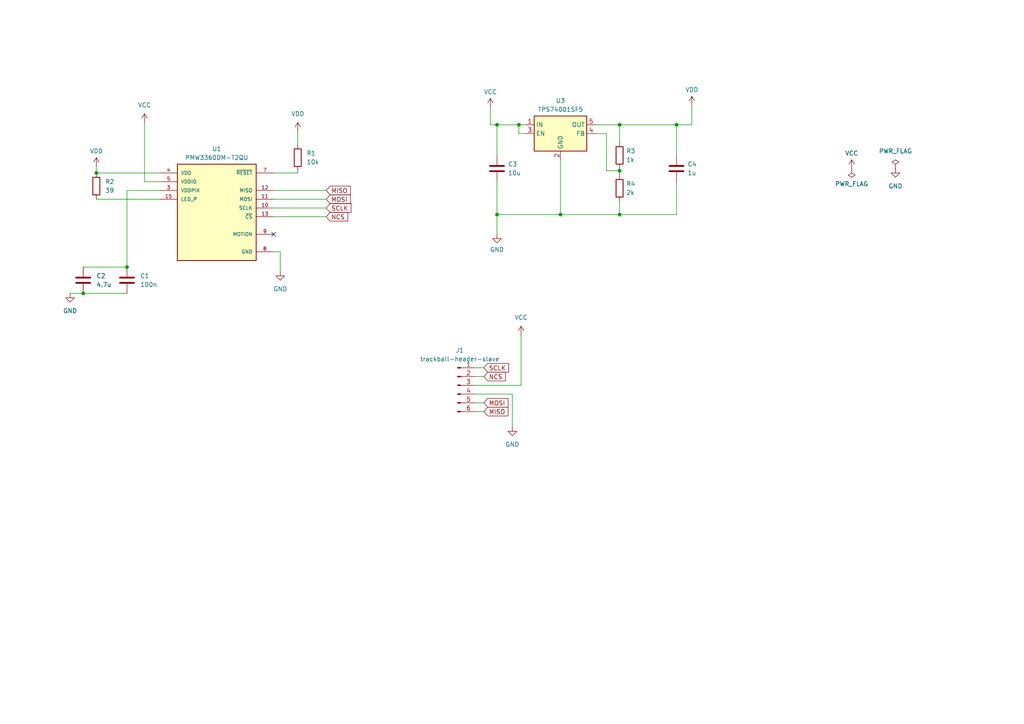
<source format=kicad_sch>
(kicad_sch (version 20230121) (generator eeschema)
  (paper "A4")
  (lib_symbols
    (symbol "Device:C" (pin_numbers hide) (pin_names (offset 0.254))
      (property "Reference" "C" (at 0.635 2.54 0))
      (property "Value" "C" (at 0.635 -2.54 0))
      (symbol "C_0_1"
        (polyline (pts (xy -2.032 -0.762) (xy 2.032 -0.762)) (stroke (width 0.508)))
        (polyline (pts (xy -2.032 0.762) (xy 2.032 0.762)) (stroke (width 0.508)))
      )
      (symbol "C_1_1"
        (pin passive line (at 0 3.81 270) (length 2.794) (name "~") (number "1"))
        (pin passive line (at 0 -3.81 90) (length 2.794) (name "~") (number "2"))
      )
    )
    (symbol "Device:R" (pin_numbers hide) (pin_names (offset 0))
      (property "Reference" "R" (at 2.032 0 90))
      (property "Value" "R" (at 0 0 90))
      (symbol "R_0_1"
        (rectangle (start -1.016 -2.54) (end 1.016 2.54) (stroke (width 0.254)))
      )
      (symbol "R_1_1"
        (pin passive line (at 0 3.81 270) (length 1.27) (name "~") (number "1"))
        (pin passive line (at 0 -3.81 90) (length 1.27) (name "~") (number "2"))
      )
    )
    (symbol "PMW3360DM-T2QU:PMW3360DM-T2QU" (pin_names (offset 1.016))
      (property "Reference" "U" (at -12.7 13.335 0))
      (property "Value" "PMW3360DM-T2QU" (at -12.7 -17.78 0))
      (symbol "PMW3360DM-T2QU_0_0"
        (rectangle (start -12.7 12.7) (end 10.16 -15.24) (stroke (width 0.254)) (fill (type background)))
        (pin input line (at 15.24 0 180) (length 5.08) (name "SCLK") (number "10"))
        (pin input line (at 15.24 2.54 180) (length 5.08) (name "MOSI") (number "11"))
        (pin output line (at 15.24 5.08 180) (length 5.08) (name "MISO") (number "12"))
        (pin input line (at 15.24 -2.54 180) (length 5.08) (name "~{CS}") (number "13"))
        (pin power_out line (at -17.78 5.08 0) (length 5.08) (name "VDDPIX") (number "3"))
        (pin power_in line (at -17.78 10.16 0) (length 5.08) (name "VDD") (number "4"))
        (pin power_in line (at -17.78 7.62 0) (length 5.08) (name "VDDIO") (number "5"))
        (pin input line (at 15.24 10.16 180) (length 5.08) (name "~{RESET}") (number "7"))
        (pin power_in line (at 15.24 -12.7 180) (length 5.08) (name "GND") (number "8"))
        (pin output line (at 15.24 -7.62 180) (length 5.08) (name "MOTION") (number "9"))
      )
      (symbol "PMW3360DM-T2QU_1_0"
        (pin input line (at -17.78 2.54 0) (length 5.08) (name "LED_P") (number "15"))
      )
    )
    (symbol "Regulator_Linear:TPS73601DBV"
      (property "Reference" "U" (at -6.35 6.35 0))
      (property "Value" "TPS73601DBV" (at 0 6.35 0))
      (symbol "TPS73601DBV_0_1"
        (rectangle (start -7.62 -5.08) (end 7.62 5.08) (stroke (width 0.254)) (fill (type background)))
      )
      (symbol "TPS73601DBV_1_1"
        (pin power_in line (at -10.16 2.54 0) (length 2.54) (name "IN") (number "1"))
        (pin power_in line (at 0 -7.62 90) (length 2.54) (name "GND") (number "2"))
        (pin input line (at -10.16 0 0) (length 2.54) (name "EN") (number "3"))
        (pin input line (at 10.16 0 180) (length 2.54) (name "FB") (number "4"))
        (pin power_out line (at 10.16 2.54 180) (length 2.54) (name "OUT") (number "5"))
      )
    )
    (symbol "power:GND" (power) (pin_names (offset 0))
      (property "Value" "GND" (at 0 -3.81 0))
      (symbol "GND_0_1"
        (polyline (pts (xy 0 0) (xy 0 -1.27) (xy 1.27 -1.27) (xy 0 -2.54) (xy -1.27 -1.27) (xy 0 -1.27)))
      )
      (symbol "GND_1_1"
        (pin power_in line (at 0 0 270) (length 0) hide (name "GND") (number "1"))
      )
    )
    (symbol "power:PWR_FLAG" (power) (pin_numbers hide) (pin_names (offset 0) hide)
      (property "Value" "PWR_FLAG" (at 0 3.81 0))
      (symbol "PWR_FLAG_0_0"
        (pin power_out line (at 0 0 90) (length 0) (name "pwr") (number "1"))
      )
      (symbol "PWR_FLAG_0_1"
        (polyline (pts (xy 0 0) (xy 0 1.27) (xy -1.016 1.905) (xy 0 2.54) (xy 1.016 1.905) (xy 0 1.27)))
      )
    )
    (symbol "power:VCC" (power) (pin_names (offset 0))
      (property "Value" "VCC" (at 0 3.81 0))
      (symbol "VCC_0_1"
        (polyline (pts (xy -0.762 1.27) (xy 0 2.54)))
        (polyline (pts (xy 0 0) (xy 0 2.54)))
        (polyline (pts (xy 0 2.54) (xy 0.762 1.27)))
      )
      (symbol "VCC_1_1"
        (pin power_in line (at 0 0 90) (length 0) hide (name "VCC") (number "1"))
      )
    )
    (symbol "power:VDD" (power) (pin_names (offset 0))
      (property "Value" "VDD" (at 0 3.81 0))
      (symbol "VDD_0_1"
        (polyline (pts (xy -0.762 1.27) (xy 0 2.54)))
        (polyline (pts (xy 0 0) (xy 0 2.54)))
        (polyline (pts (xy 0 2.54) (xy 0.762 1.27)))
      )
      (symbol "VDD_1_1"
        (pin power_in line (at 0 0 90) (length 0) hide (name "VDD") (number "1"))
      )
    )
    (symbol "tsuburin-keyboard:trackball-header-slave" (pin_names (offset 1.016) hide)
      (property "Reference" "J1" (at 0.635 10.16 0))
      (property "Value" "trackball-header-slave" (at 0.635 7.62 0))
      (symbol "trackball-header-slave_1_1"
        (polyline (pts (xy 1.27 -7.62) (xy 0.8636 -7.62)) (stroke (width 0.1524)))
        (polyline (pts (xy 1.27 -5.08) (xy 0.8636 -5.08)) (stroke (width 0.1524)))
        (polyline (pts (xy 1.27 -2.54) (xy 0.8636 -2.54)) (stroke (width 0.1524)))
        (polyline (pts (xy 1.27 0) (xy 0.8636 0)) (stroke (width 0.1524)))
        (polyline (pts (xy 1.27 2.54) (xy 0.8636 2.54)) (stroke (width 0.1524)))
        (polyline (pts (xy 1.27 5.08) (xy 0.8636 5.08)) (stroke (width 0.1524)))
        (rectangle (start 0 0.127) (end 0.8636 -0.127) (stroke (width 0.1524)) (fill (type outline)))
        (rectangle (start 0 2.667) (end 0.8636 2.413) (stroke (width 0.1524)) (fill (type outline)))
        (rectangle (start 0.8636 -7.493) (end 0 -7.747) (stroke (width 0.1524)) (fill (type outline)))
        (rectangle (start 0.8636 -4.953) (end 0 -5.207) (stroke (width 0.1524)) (fill (type outline)))
        (rectangle (start 0.8636 -2.413) (end 0 -2.667) (stroke (width 0.1524)) (fill (type outline)))
        (rectangle (start 0.8636 5.207) (end 0 4.953) (stroke (width 0.1524)) (fill (type outline)))
        (pin input line (at 5.08 5.08 180) (length 3.81) (name "SCLK") (number "1"))
        (pin input line (at 5.08 2.54 180) (length 3.81) (name "NCS") (number "2"))
        (pin power_in line (at 5.08 0 180) (length 3.81) (name "VCC") (number "3"))
        (pin power_in line (at 5.08 -2.54 180) (length 3.81) (name "GND") (number "4"))
        (pin input line (at 5.08 -5.08 180) (length 3.81) (name "MOSI") (number "5"))
        (pin output line (at 5.08 -7.62 180) (length 3.81) (name "MISO") (number "6"))
      )
    )
  )
  (junction (at 27.94 50.165))
  (junction (at 196.215 36.195))
  (junction (at 144.145 62.23))
  (junction (at 24.13 85.09))
  (junction (at 179.705 62.23))
  (junction (at 162.56 62.23))
  (junction (at 36.83 77.47))
  (junction (at 144.145 36.195))
  (junction (at 150.495 36.195))
  (junction (at 179.705 49.53))
  (junction (at 179.705 36.195))
  (no_connect (at 79.375 67.945))
  (wire (pts (xy 140.335 119.38) (xy 137.795 119.38)))
  (wire (pts (xy 150.495 38.735) (xy 150.495 36.195)))
  (wire (pts (xy 94.615 62.865) (xy 79.375 62.865)))
  (wire (pts (xy 94.615 55.245) (xy 79.375 55.245)))
  (wire (pts (xy 41.91 52.705) (xy 46.355 52.705)))
  (wire (pts (xy 36.83 55.245) (xy 46.355 55.245)))
  (wire (pts (xy 144.145 36.195) (xy 144.145 45.085)))
  (wire (pts (xy 36.83 77.47) (xy 36.83 55.245)))
  (wire (pts (xy 196.215 62.23) (xy 179.705 62.23)))
  (wire (pts (xy 144.145 36.195) (xy 150.495 36.195)))
  (wire (pts (xy 196.215 36.195) (xy 196.215 45.085)))
  (wire (pts (xy 27.94 57.785) (xy 46.355 57.785)))
  (wire (pts (xy 172.72 36.195) (xy 179.705 36.195)))
  (wire (pts (xy 196.215 52.705) (xy 196.215 62.23)))
  (wire (pts (xy 148.59 123.825) (xy 148.59 114.3)))
  (wire (pts (xy 24.13 85.09) (xy 36.83 85.09)))
  (wire (pts (xy 81.28 78.74) (xy 81.28 73.025)))
  (wire (pts (xy 175.895 49.53) (xy 179.705 49.53)))
  (wire (pts (xy 81.28 73.025) (xy 79.375 73.025)))
  (wire (pts (xy 86.36 49.53) (xy 86.36 50.165)))
  (wire (pts (xy 142.24 31.115) (xy 142.24 36.195)))
  (wire (pts (xy 140.335 116.84) (xy 137.795 116.84)))
  (wire (pts (xy 152.4 38.735) (xy 150.495 38.735)))
  (wire (pts (xy 175.895 38.735) (xy 172.72 38.735)))
  (wire (pts (xy 144.145 36.195) (xy 142.24 36.195)))
  (wire (pts (xy 86.36 38.1) (xy 86.36 41.91)))
  (wire (pts (xy 144.145 62.23) (xy 162.56 62.23)))
  (wire (pts (xy 200.66 30.48) (xy 200.66 36.195)))
  (wire (pts (xy 27.94 48.26) (xy 27.94 50.165)))
  (wire (pts (xy 86.36 50.165) (xy 79.375 50.165)))
  (wire (pts (xy 179.705 58.42) (xy 179.705 62.23)))
  (wire (pts (xy 27.94 50.165) (xy 46.355 50.165)))
  (wire (pts (xy 179.705 49.53) (xy 179.705 50.8)))
  (wire (pts (xy 148.59 114.3) (xy 137.795 114.3)))
  (wire (pts (xy 179.705 36.195) (xy 196.215 36.195)))
  (wire (pts (xy 24.13 77.47) (xy 36.83 77.47)))
  (wire (pts (xy 162.56 62.23) (xy 179.705 62.23)))
  (wire (pts (xy 140.335 106.68) (xy 137.795 106.68)))
  (wire (pts (xy 79.375 60.325) (xy 94.615 60.325)))
  (wire (pts (xy 150.495 36.195) (xy 152.4 36.195)))
  (wire (pts (xy 144.145 62.23) (xy 144.145 67.945)))
  (wire (pts (xy 20.32 85.09) (xy 24.13 85.09)))
  (wire (pts (xy 175.895 38.735) (xy 175.895 49.53)))
  (wire (pts (xy 200.66 36.195) (xy 196.215 36.195)))
  (wire (pts (xy 137.795 111.76) (xy 151.13 111.76)))
  (wire (pts (xy 144.145 52.705) (xy 144.145 62.23)))
  (wire (pts (xy 179.705 49.53) (xy 179.705 48.895)))
  (wire (pts (xy 179.705 36.195) (xy 179.705 41.275)))
  (wire (pts (xy 94.615 57.785) (xy 79.375 57.785)))
  (wire (pts (xy 162.56 46.355) (xy 162.56 62.23)))
  (wire (pts (xy 41.91 35.56) (xy 41.91 52.705)))
  (wire (pts (xy 151.13 97.155) (xy 151.13 111.76)))
  (wire (pts (xy 140.335 109.22) (xy 137.795 109.22)))
  (global_label "MOSI" (shape input) (at 140.335 116.84 0) (property "Intersheetrefs" "${INTERSHEET_REFS}" (effects hide)))
  (global_label "SCLK" (shape input) (at 140.335 106.68 0) (property "Intersheetrefs" "${INTERSHEET_REFS}" (effects hide)))
  (global_label "MOSI" (shape input) (at 94.615 57.785 0) (property "Intersheetrefs" "${INTERSHEET_REFS}" (effects hide)))
  (global_label "MISO" (shape input) (at 140.335 119.38 0) (property "Intersheetrefs" "${INTERSHEET_REFS}" (effects hide)))
  (global_label "SCLK" (shape input) (at 94.615 60.325 0) (property "Intersheetrefs" "${INTERSHEET_REFS}" (effects hide)))
  (global_label "NCS" (shape input) (at 94.615 62.865 0) (property "Intersheetrefs" "${INTERSHEET_REFS}" (effects hide)))
  (global_label "NCS" (shape input) (at 140.335 109.22 0) (property "Intersheetrefs" "${INTERSHEET_REFS}" (effects hide)))
  (global_label "MISO" (shape input) (at 94.615 55.245 0) (property "Intersheetrefs" "${INTERSHEET_REFS}" (effects hide)))
  (symbol (lib_id "Device:C") (at 36.83 81.28 0) (unit 1)
    (property "Reference" "C1" (at 40.64 80.01 0) (effects (justify left)))
    (property "Value" "100n" (at 40.64 82.55 0) (effects (justify left)))
    (property "Footprint" "Capacitor_SMD:C_0603_1608Metric_Pad1.08x0.95mm_HandSolder" (effects hide))
  )
  (symbol (lib_id "power:GND") (at 20.32 85.09 0) (unit 1)
    (property "Reference" "#PWR03" (effects hide))
    (property "Value" "GND" (at 20.32 90.17 0))
  )
  (symbol (lib_id "Regulator_Linear:TPS73601DBV") (at 162.56 38.735 0) (unit 1)
    (property "Reference" "U3" (at 162.56 29.21 0))
    (property "Value" "TPS74001SF5" (at 162.56 31.75 0))
    (property "Footprint" "Package_TO_SOT_SMD:SOT-23-5" (effects hide))
    (property "Datasheet" "http://www.ti.com/lit/ds/symlink/tps736.pdf" (effects hide))
  )
  (symbol (lib_id "power:VDD") (at 27.94 48.26 0) (unit 1)
    (property "Reference" "#PWR07" (effects hide))
    (property "Value" "VDD" (at 27.94 43.815 0))
  )
  (symbol (lib_id "power:GND") (at 144.145 67.945 0) (unit 1)
    (property "Reference" "#PWR05" (effects hide))
    (property "Value" "GND" (at 144.145 72.39 0))
  )
  (symbol (lib_id "power:GND") (at 259.715 48.895 0) (unit 1)
    (property "Reference" "#PWR011" (effects hide))
    (property "Value" "GND" (at 259.715 53.975 0))
  )
  (symbol (lib_id "power:PWR_FLAG") (at 259.715 48.895 0) (unit 1)
    (property "Reference" "#FLG02" (effects hide))
    (property "Value" "PWR_FLAG" (at 259.715 43.815 0))
  )
  (symbol (lib_id "power:VDD") (at 200.66 30.48 0) (unit 1)
    (property "Reference" "#PWR08" (effects hide))
    (property "Value" "VDD" (at 200.66 26.035 0))
  )
  (symbol (lib_id "power:VCC") (at 41.91 35.56 0) (unit 1)
    (property "Reference" "#PWR01" (effects hide))
    (property "Value" "VCC" (at 41.91 30.48 0))
  )
  (symbol (lib_id "power:VCC") (at 142.24 31.115 0) (unit 1)
    (property "Reference" "#PWR04" (effects hide))
    (property "Value" "VCC" (at 142.24 26.67 0))
  )
  (symbol (lib_id "power:GND") (at 148.59 123.825 0) (unit 1)
    (property "Reference" "#PWR010" (effects hide))
    (property "Value" "GND" (at 148.59 128.905 0))
  )
  (symbol (lib_id "Device:R") (at 86.36 45.72 0) (unit 1)
    (property "Reference" "R1" (at 88.9 44.45 0) (effects (justify left)))
    (property "Value" "10k" (at 88.9 46.99 0) (effects (justify left)))
    (property "Footprint" "Resistor_SMD:R_0603_1608Metric_Pad0.98x0.95mm_HandSolder" (effects hide))
  )
  (symbol (lib_id "Device:R") (at 179.705 54.61 0) (unit 1)
    (property "Reference" "R4" (at 181.61 53.34 0) (effects (justify left)))
    (property "Value" "2k" (at 181.61 55.88 0) (effects (justify left)))
    (property "Footprint" "Resistor_SMD:R_0603_1608Metric_Pad0.98x0.95mm_HandSolder" (effects hide))
  )
  (symbol (lib_id "Device:C") (at 196.215 48.895 0) (unit 1)
    (property "Reference" "C4" (at 199.39 47.625 0) (effects (justify left)))
    (property "Value" "1u" (at 199.39 50.165 0) (effects (justify left)))
    (property "Footprint" "Capacitor_SMD:C_0603_1608Metric_Pad1.08x0.95mm_HandSolder" (effects hide))
  )
  (symbol (lib_id "Device:R") (at 27.94 53.975 0) (unit 1)
    (property "Reference" "R2" (at 30.48 52.705 0) (effects (justify left)))
    (property "Value" "39" (at 30.48 55.245 0) (effects (justify left)))
    (property "Footprint" "Resistor_SMD:R_0603_1608Metric_Pad0.98x0.95mm_HandSolder" (effects hide))
  )
  (symbol (lib_id "Device:C") (at 24.13 81.28 0) (unit 1)
    (property "Reference" "C2" (at 27.94 80.01 0) (effects (justify left)))
    (property "Value" "4.7u" (at 27.94 82.55 0) (effects (justify left)))
    (property "Footprint" "Capacitor_SMD:C_0603_1608Metric_Pad1.08x0.95mm_HandSolder" (effects hide))
  )
  (symbol (lib_id "power:VDD") (at 86.36 38.1 0) (unit 1)
    (property "Reference" "#PWR06" (effects hide))
    (property "Value" "VDD" (at 86.36 33.02 0))
  )
  (symbol (lib_id "power:VCC") (at 151.13 97.155 0) (unit 1)
    (property "Reference" "#PWR09" (effects hide))
    (property "Value" "VCC" (at 151.13 92.075 0))
  )
  (symbol (lib_id "power:PWR_FLAG") (at 247.015 48.895 180) (unit 1)
    (property "Reference" "#FLG01" (effects hide))
    (property "Value" "PWR_FLAG" (at 247.015 53.34 0))
  )
  (symbol (lib_id "power:VCC") (at 247.015 48.895 0) (unit 1)
    (property "Reference" "#PWR012" (effects hide))
    (property "Value" "VCC" (at 247.015 44.45 0))
  )
  (symbol (lib_id "tsuburin-keyboard:trackball-header-slave") (at 132.715 111.76 0) (unit 1)
    (property "Reference" "J1" (at 133.35 101.6 0))
    (property "Value" "trackball-header-slave" (at 133.35 104.14 0))
    (property "Footprint" "tsuburin-keyboard:keyball_trackball_header_slave" (effects hide))
  )
  (symbol (lib_id "Device:C") (at 144.145 48.895 0) (unit 1)
    (property "Reference" "C3" (at 147.32 47.625 0) (effects (justify left)))
    (property "Value" "10u" (at 147.32 50.165 0) (effects (justify left)))
    (property "Footprint" "Capacitor_SMD:C_0603_1608Metric_Pad1.08x0.95mm_HandSolder" (effects hide))
  )
  (symbol (lib_id "Device:R") (at 179.705 45.085 0) (unit 1)
    (property "Reference" "R3" (at 181.61 43.815 0) (effects (justify left)))
    (property "Value" "1k" (at 181.61 46.355 0) (effects (justify left)))
    (property "Footprint" "Resistor_SMD:R_0603_1608Metric_Pad0.98x0.95mm_HandSolder" (effects hide))
  )
  (symbol (lib_id "power:GND") (at 81.28 78.74 0) (unit 1)
    (property "Reference" "#PWR02" (effects hide))
    (property "Value" "GND" (at 81.28 83.82 0))
  )
  (symbol (lib_id "PMW3360DM-T2QU:PMW3360DM-T2QU") (at 64.135 60.325 0) (unit 1)
    (property "Reference" "U1" (at 62.865 43.18 0))
    (property "Value" "PMW3360DM-T2QU" (at 62.865 45.72 0))
    (property "Footprint" "tsuburin-keyboard:PMW3360" (effects hide))
    (property "Description" "\n" (effects hide))
  )
)
</source>
